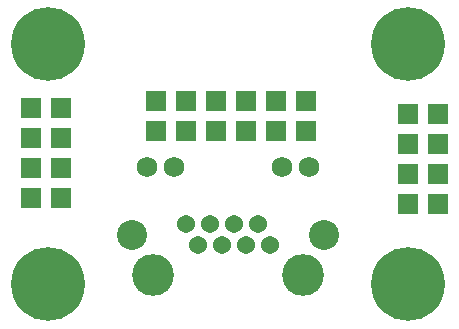
<source format=gbr>
G04 #@! TF.FileFunction,Soldermask,Top*
%FSLAX46Y46*%
G04 Gerber Fmt 4.6, Leading zero omitted, Abs format (unit mm)*
G04 Created by KiCad (PCBNEW 4.0.1-stable) date 18. 2. 2016 10:37:37*
%MOMM*%
G01*
G04 APERTURE LIST*
%ADD10C,0.300000*%
%ADD11C,3.540000*%
%ADD12C,2.540000*%
%ADD13C,1.540000*%
%ADD14C,1.740000*%
%ADD15R,1.764000X1.764000*%
%ADD16C,6.240000*%
G04 APERTURE END LIST*
D10*
D11*
X13970000Y5842000D03*
X26670000Y5842000D03*
D12*
X28450000Y9272000D03*
X12190000Y9272000D03*
D13*
X17780000Y8382000D03*
X19810000Y8382000D03*
X21840000Y8382000D03*
X23870000Y8382000D03*
X16760000Y10162000D03*
X18790000Y10162000D03*
X20820000Y10162000D03*
X22850000Y10162000D03*
D14*
X27180000Y14982000D03*
X24890000Y14982000D03*
X15750000Y14982000D03*
X13460000Y14982000D03*
D15*
X35560000Y19494500D03*
X38100000Y19494500D03*
X35560000Y16954500D03*
X38100000Y16954500D03*
X35560000Y14414500D03*
X38100000Y14414500D03*
X35560000Y11874500D03*
X38100000Y11874500D03*
X6159500Y12382500D03*
X3619500Y12382500D03*
X6159500Y14922500D03*
X3619500Y14922500D03*
X6159500Y17462500D03*
X3619500Y17462500D03*
X14224000Y18034000D03*
X14224000Y20574000D03*
X16764000Y18034000D03*
X16764000Y20574000D03*
D16*
X5080000Y25400000D03*
X35560000Y5080000D03*
X5080000Y5080000D03*
X35560000Y25400000D03*
D15*
X6159500Y20002500D03*
X3619500Y20002500D03*
X19304000Y18034000D03*
X19304000Y20574000D03*
X21844000Y18034000D03*
X21844000Y20574000D03*
X26924000Y18034000D03*
X26924000Y20574000D03*
X24384000Y18034000D03*
X24384000Y20574000D03*
M02*

</source>
